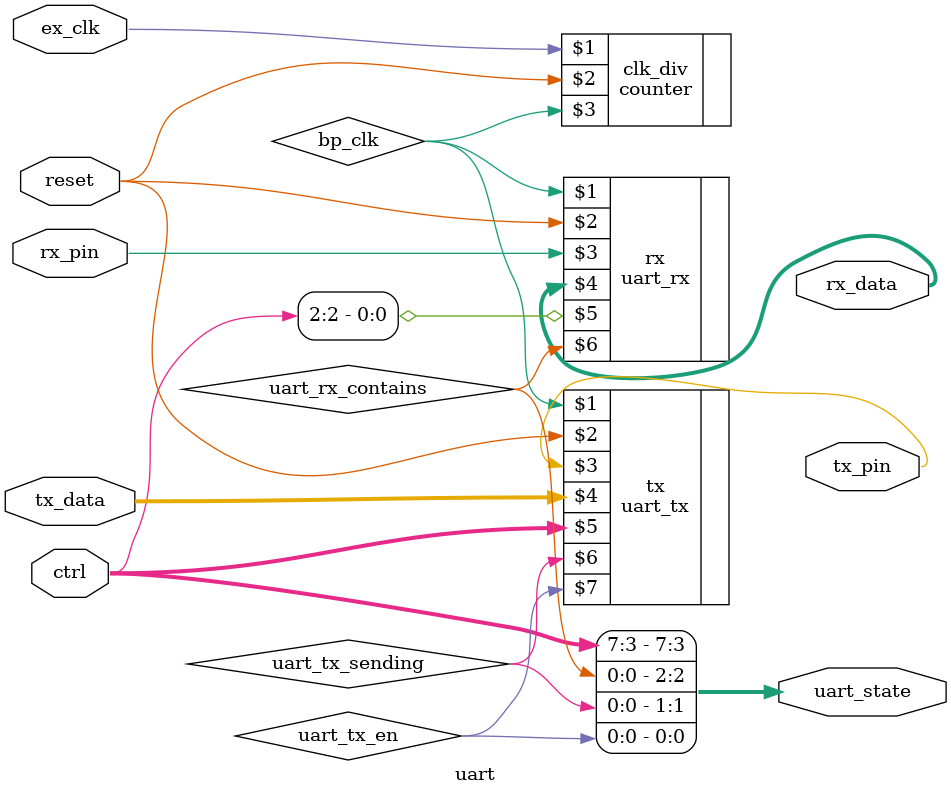
<source format=v>
/**
  * Assuming external clock at 6MHz
  *
  * UART Specs:
  *     Baudrate:   9600 bps
  *     Data bits:  8 bits
  *     Start bit:  1 bit
  *     Stop bit:   1 bit
  */
module uart (ex_clk, reset, tx_pin, rx_pin, tx_data, rx_data, ctrl, uart_state);
    input ex_clk, reset, rx_pin;
    input [7:0] tx_data, ctrl;
    output tx_pin;
    output [7:0] rx_data;
    output [7:0] uart_state;

    wire bp_clk, uart_tx_en, uart_tx_sending, uart_rx_contains;

    assign uart_state = {ctrl[7:3], uart_rx_contains, uart_tx_sending, uart_tx_en};

    // clock divider to sample at BAUDRATE
    counter #(10, 625) clk_div (ex_clk, reset, bp_clk);
    
    // transmitter
    uart_tx tx (bp_clk, reset, tx_pin, tx_data, ctrl, uart_tx_sending, uart_tx_en);

    // receiver
    uart_rx rx (bp_clk, reset, rx_pin, rx_data, ctrl[2], uart_rx_contains);

endmodule
</source>
